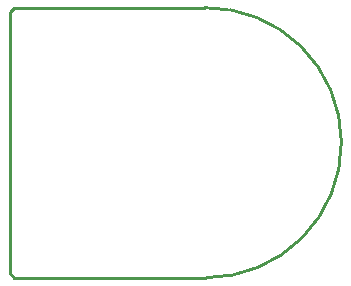
<source format=gko>
G04 Layer_Color=16711935*
%FSLAX25Y25*%
%MOIN*%
G70*
G01*
G75*
%ADD20C,0.01000*%
D20*
X373000Y210000D02*
G03*
X372503Y299997I0J45000D01*
G01*
X309000Y210000D02*
X373000D01*
X307500Y211500D02*
X309000Y210000D01*
X307500Y211500D02*
Y298500D01*
X308997Y299997D01*
X372503D01*
M02*

</source>
